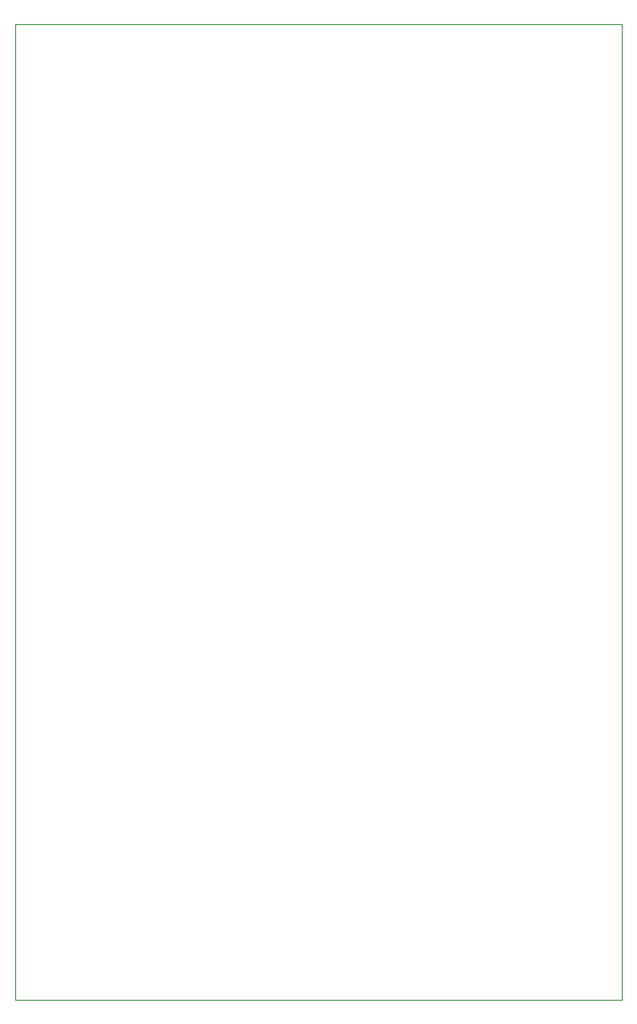
<source format=gm1>
G04 #@! TF.GenerationSoftware,KiCad,Pcbnew,(7.0.0)*
G04 #@! TF.CreationDate,2023-02-19T21:46:30+01:00*
G04 #@! TF.ProjectId,Glitchifier9000,476c6974-6368-4696-9669-657239303030,rev?*
G04 #@! TF.SameCoordinates,Original*
G04 #@! TF.FileFunction,Profile,NP*
%FSLAX46Y46*%
G04 Gerber Fmt 4.6, Leading zero omitted, Abs format (unit mm)*
G04 Created by KiCad (PCBNEW (7.0.0)) date 2023-02-19 21:46:30*
%MOMM*%
%LPD*%
G01*
G04 APERTURE LIST*
G04 #@! TA.AperFunction,Profile*
%ADD10C,0.038100*%
G04 #@! TD*
G04 APERTURE END LIST*
D10*
X105410000Y-47625000D02*
X162737800Y-47625000D01*
X162737800Y-47625000D02*
X162737800Y-139725400D01*
X162737800Y-139725400D02*
X105410000Y-139725400D01*
X105410000Y-139725400D02*
X105410000Y-47625000D01*
M02*

</source>
